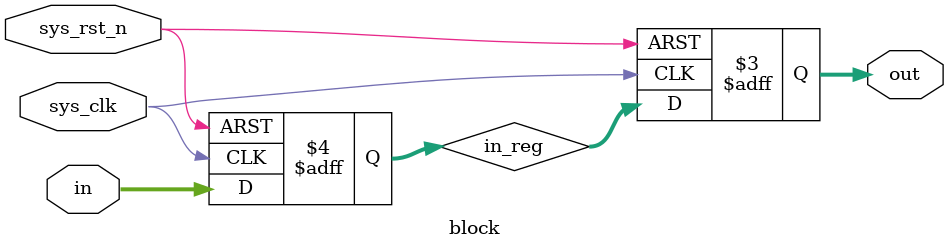
<source format=v>
module block(input sys_clk,input sys_rst_n,input [1:0] in,output reg [1:0] out);
reg [1:0] in_reg;
always @(posedge sys_clk, negedge sys_rst_n) begin
    if(sys_rst_n==1'b0) begin
        in_reg=2'b0;
        out=2'b0;
    end
    else    begin
        in_reg<=in;
        out<=in_reg;
    end
end
endmodule
</source>
